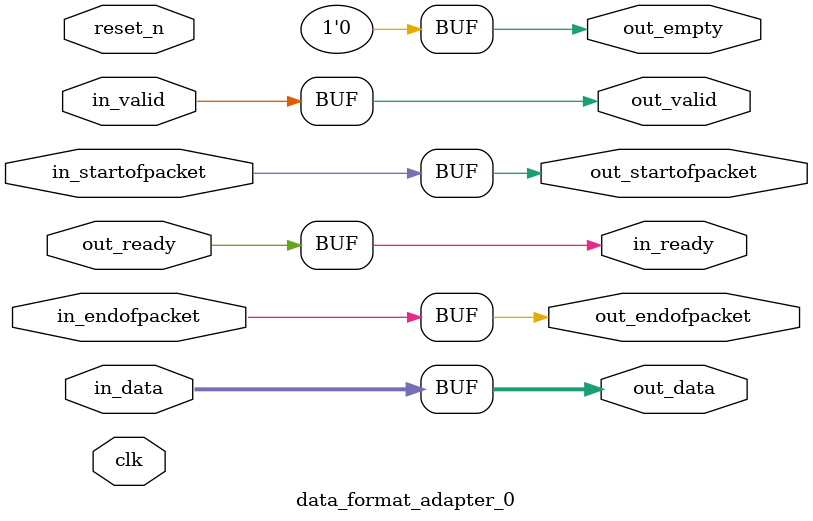
<source format=v>

`timescale 1ns / 100ps
module data_format_adapter_0 (
    
      // Interface: clk
      input              clk,
      // Interface: reset
      input              reset_n,
      // Interface: in
      output reg         in_ready,
      input              in_valid,
      input      [ 7: 0] in_data,
      input              in_startofpacket,
      input              in_endofpacket,
      // Interface: out
      input              out_ready,
      output reg         out_valid,
      output reg [ 7: 0] out_data,
      output reg         out_startofpacket,
      output reg         out_endofpacket,
      output reg         out_empty
);



   always @* begin
      in_ready = out_ready;
      out_valid = in_valid;
      out_data = in_data;
      out_startofpacket = in_startofpacket;
      out_endofpacket = in_endofpacket;

      out_empty = 0;

   end

endmodule


</source>
